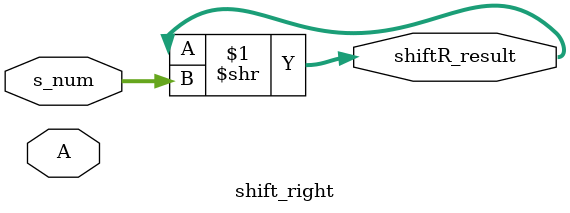
<source format=v>
module shift_right(input [31:0] A, s_num,
                  output [31:0] shiftR_result);

    assign shiftR_result[31:0] = shiftR_result >> s_num;         //shifts right n amount of times
endmodule
</source>
